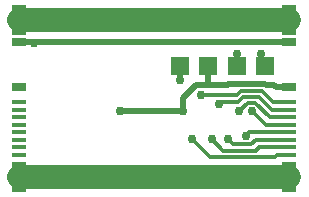
<source format=gbr>
G04 #@! TF.FileFunction,Copper,L2,Bot,Signal*
%FSLAX46Y46*%
G04 Gerber Fmt 4.6, Leading zero omitted, Abs format (unit mm)*
G04 Created by KiCad (PCBNEW 4.0.6-e0-6349~53~ubuntu16.04.1) date Mon Sep  4 23:14:24 2017*
%MOMM*%
%LPD*%
G01*
G04 APERTURE LIST*
%ADD10C,0.100000*%
%ADD11R,1.270000X2.540000*%
%ADD12R,1.270000X0.635000*%
%ADD13R,1.270000X0.304800*%
%ADD14R,1.500000X1.500000*%
%ADD15C,0.762000*%
%ADD16C,0.508000*%
%ADD17C,2.032000*%
%ADD18C,0.304800*%
G04 APERTURE END LIST*
D10*
D11*
X0Y13335000D03*
X0Y0D03*
D12*
X0Y11430000D03*
D13*
X0Y6350000D03*
X0Y5715000D03*
X0Y5080000D03*
X0Y4445000D03*
X0Y3810000D03*
X0Y3175000D03*
X0Y2540000D03*
X0Y1905000D03*
D12*
X0Y7620000D03*
D11*
X22860000Y13335000D03*
X22860000Y0D03*
D12*
X22860000Y11430000D03*
D13*
X22860000Y6350000D03*
X22860000Y5715000D03*
X22860000Y5080000D03*
X22860000Y4445000D03*
X22860000Y3810000D03*
X22860000Y3175000D03*
X22860000Y2540000D03*
X22860000Y1905000D03*
D12*
X22860000Y7620000D03*
D14*
X20828000Y9398000D03*
X18415000Y9398000D03*
X16002000Y9398000D03*
X13589000Y9398000D03*
D15*
X8551657Y5588000D03*
X13843000Y5588000D03*
X13589000Y8255000D03*
X13208000Y0D03*
X21717000Y0D03*
X1270000Y13335000D03*
X1253838Y11383282D03*
X15391000Y6961000D03*
X16891000Y6223000D03*
X18631700Y5612300D03*
X19665000Y5613700D03*
X19177000Y3505200D03*
X16268200Y3229900D03*
X17641000Y3264700D03*
X14641000Y3216500D03*
X20475827Y10409177D03*
X18413086Y10425167D03*
D16*
X13843000Y5588000D02*
X8551657Y5588000D01*
X16002000Y9398000D02*
X16002000Y8521000D01*
X17646100Y7813500D02*
X16002000Y7813500D01*
X16002000Y7813500D02*
X14957000Y7813500D01*
X16002000Y8521000D02*
X16002000Y7813500D01*
X22860000Y7620000D02*
X21717000Y7620000D01*
X13843000Y6699400D02*
X13843000Y5588000D01*
X14957000Y7813500D02*
X13843000Y6699400D01*
X17702900Y7870300D02*
X17646100Y7813500D01*
X18481000Y7870300D02*
X17702900Y7870300D01*
X18486300Y7875600D02*
X18481000Y7870300D01*
X20790600Y7875600D02*
X18486300Y7875600D01*
X20852700Y7813500D02*
X20790600Y7875600D01*
X21523500Y7813500D02*
X20852700Y7813500D01*
X21717000Y7620000D02*
X21523500Y7813500D01*
X13589000Y9398000D02*
X13589000Y8255000D01*
D17*
X0Y0D02*
X13208000Y0D01*
X22860000Y0D02*
X21717000Y0D01*
D16*
X19875000Y64000D02*
X19875000Y0D01*
D17*
X21717000Y0D02*
X19875000Y0D01*
X19875000Y0D02*
X13208000Y0D01*
X22860000Y13335000D02*
X1270000Y13335000D01*
X1270000Y13335000D02*
X0Y13335000D01*
D16*
X1300556Y11430000D02*
X1253838Y11383282D01*
X1207120Y11430000D02*
X1253838Y11383282D01*
X0Y11430000D02*
X1207120Y11430000D01*
X22860000Y11430000D02*
X1300556Y11430000D01*
D18*
X22860000Y6350000D02*
X21818600Y6350000D01*
X15391000Y6961100D02*
X15391000Y6961000D01*
X18398400Y6961100D02*
X15391000Y6961100D01*
X18728400Y7291100D02*
X18398400Y6961100D01*
X20503600Y7291100D02*
X18728400Y7291100D01*
X21444700Y6350000D02*
X20503600Y7291100D01*
X21818600Y6350000D02*
X21444700Y6350000D01*
X21396800Y5715000D02*
X22860000Y5715000D01*
X20303600Y6808200D02*
X21396800Y5715000D01*
X18940400Y6808200D02*
X20303600Y6808200D01*
X18486200Y6354000D02*
X18940400Y6808200D01*
X17022000Y6354000D02*
X18486200Y6354000D01*
X16891000Y6223000D02*
X17022000Y6354000D01*
X22860000Y5080000D02*
X21818600Y5080000D01*
X19344700Y6325300D02*
X18631700Y5612300D01*
X19974800Y6325300D02*
X19344700Y6325300D01*
X21220100Y5080000D02*
X19974800Y6325300D01*
X21818600Y5080000D02*
X21220100Y5080000D01*
X19687600Y5636300D02*
X19665000Y5613700D01*
X20879000Y4445000D02*
X19687600Y5636300D01*
X22860000Y4445000D02*
X20879000Y4445000D01*
X19482000Y3810000D02*
X19177000Y3505200D01*
X22860000Y3810000D02*
X19482000Y3810000D01*
X20330100Y2540000D02*
X22860000Y2540000D01*
X20028300Y2238200D02*
X20330100Y2540000D01*
X17259900Y2238200D02*
X20028300Y2238200D01*
X16268200Y3229900D02*
X17259900Y2238200D01*
X20040600Y3175000D02*
X22860000Y3175000D01*
X19647000Y2781400D02*
X20040600Y3175000D01*
X18124300Y2781400D02*
X19647000Y2781400D01*
X17641000Y3264700D02*
X18124300Y2781400D01*
X21653200Y1739600D02*
X21818600Y1905000D01*
X16117900Y1739600D02*
X21653200Y1739600D01*
X14641000Y3216500D02*
X16117900Y1739600D01*
X22860000Y1905000D02*
X21818600Y1905000D01*
D16*
X20475827Y9870362D02*
X20475827Y10409177D01*
X20475827Y9750173D02*
X20475827Y9870362D01*
X20828000Y9398000D02*
X20475827Y9750173D01*
X18413086Y9886352D02*
X18413086Y10425167D01*
X18415000Y9398000D02*
X18413086Y9399914D01*
X18413086Y9399914D02*
X18413086Y9886352D01*
M02*

</source>
